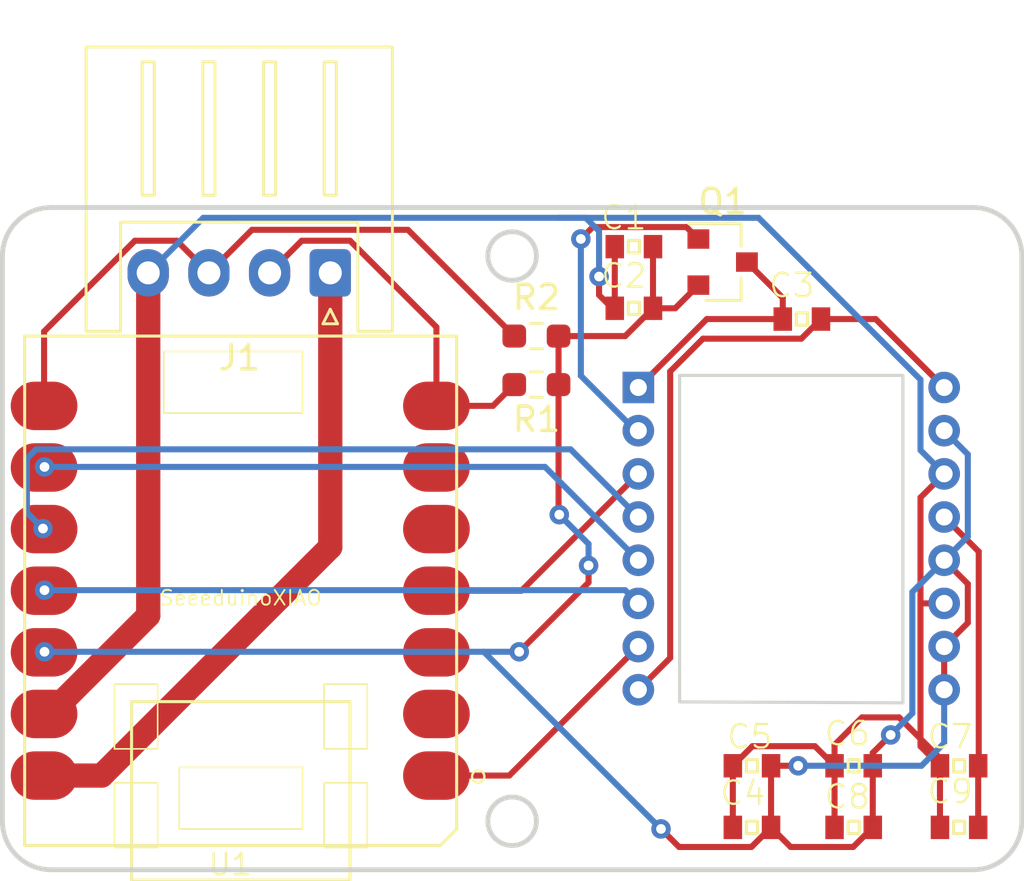
<source format=kicad_pcb>
(kicad_pcb (version 20171130) (host pcbnew "(5.1.10)-1")
  (layers (0 Top signal) (31 Bottom signal) (34 B.Paste user) (35 F.Paste user) (36 B.SilkS user) (37 F.SilkS user) (38 B.Mask user) (39 F.Mask user) (44 Edge.Cuts user))
  (net 0 "")
  (net 1 /LSR_NEN)
  (net 2 /REFA)
  (net 3 /MISO)
  (net 4 /MOSI)
  (net 5 /SS)
  (net 6 /SCLK)
  (net 7 /MOTION)
  (net 8 GND)
  (net 9 "Net-(C3-Pad1)")
  (net 10 "Net-(C3-Pad2)")
  (net 11 RX)
  (net 12 TX)
  (net 13 +5V)
  (net 14 "Net-(U1-Pad2)")
  (net 15 "Net-(U1-Pad3)")
  (net 16 "Net-(U1-Pad5)")
  (net 17 "Net-(U1-Pad6)")
  (net 18 +3V3)
  (module "Library:Seeeduino XIAO-MOUDLE14P-2.54-21X17.8MM" (layer Top) (at 160.213999 71.8 180)
    (fp_text reference U1 (at 9.3345 -21.7805 180) (layer F.SilkS) (effects (font (size 0.889 0.889) (thickness 0.1016))))
    (fp_text value SeeeduinoXIAO (at 8.89 -10.795 180) (layer F.SilkS) (effects (font (size 0.6096 0.6096) (thickness 0.0762))))
    (fp_circle (center -0.889 -18.161) (end -0.889 -18.415) (layer F.SilkS) (width 0.1))
    (fp_line (start 4.3942 -15.06982) (end 4.3942 -22.42312) (layer F.SilkS) (width 0.127))
    (fp_line (start 13.39342 -15.06982) (end 4.3942 -15.06982) (layer F.SilkS) (width 0.127))
    (fp_line (start 13.39342 -22.42312) (end 13.39342 -15.06982) (layer F.SilkS) (width 0.127))
    (fp_line (start 4.39928 -22.42312) (end 13.39342 -22.42312) (layer F.SilkS) (width 0.127))
    (fp_line (start 0 -20.32762) (end 0 0) (layer F.SilkS) (width 0.127))
    (fp_line (start 0.67056 -20.99818) (end 0 -20.32762) (layer F.SilkS) (width 0.127))
    (fp_line (start 17.79778 -20.99818) (end 0.67056 -20.99818) (layer F.SilkS) (width 0.127))
    (fp_line (start 17.79778 0) (end 17.79778 -20.99818) (layer F.SilkS) (width 0.127))
    (fp_line (start 0 0) (end 17.79778 0) (layer F.SilkS) (width 0.127))
    (fp_line (start 12.319 -18.415) (end 12.319 -21.082) (layer F.SilkS) (width 0.06604))
    (fp_line (start 12.319 -21.082) (end 14.097 -21.082) (layer F.SilkS) (width 0.06604))
    (fp_line (start 14.097 -18.415) (end 14.097 -21.082) (layer F.SilkS) (width 0.06604))
    (fp_line (start 12.319 -18.415) (end 14.097 -18.415) (layer F.SilkS) (width 0.06604))
    (fp_line (start 12.319 -14.34846) (end 12.319 -17.018) (layer F.SilkS) (width 0.06604))
    (fp_line (start 12.319 -17.018) (end 14.097 -17.018) (layer F.SilkS) (width 0.06604))
    (fp_line (start 14.097 -14.34846) (end 14.097 -17.018) (layer F.SilkS) (width 0.06604))
    (fp_line (start 12.319 -14.34846) (end 14.097 -14.34846) (layer F.SilkS) (width 0.06604))
    (fp_line (start 3.683 -14.34846) (end 3.683 -17.018) (layer F.SilkS) (width 0.06604))
    (fp_line (start 3.683 -17.018) (end 5.461 -17.018) (layer F.SilkS) (width 0.06604))
    (fp_line (start 5.461 -14.34846) (end 5.461 -17.018) (layer F.SilkS) (width 0.06604))
    (fp_line (start 3.683 -14.34846) (end 5.461 -14.34846) (layer F.SilkS) (width 0.06604))
    (fp_line (start 3.683 -18.415) (end 3.683 -21.082) (layer F.SilkS) (width 0.06604))
    (fp_line (start 3.683 -21.082) (end 5.461 -21.082) (layer F.SilkS) (width 0.06604))
    (fp_line (start 5.461 -18.415) (end 5.461 -21.082) (layer F.SilkS) (width 0.06604))
    (fp_line (start 3.683 -18.415) (end 5.461 -18.415) (layer F.SilkS) (width 0.06604))
    (fp_line (start 6.35 -0.635) (end 6.35 -3.175) (layer F.SilkS) (width 0.06604))
    (fp_line (start 6.35 -3.175) (end 12.065 -3.175) (layer F.SilkS) (width 0.06604))
    (fp_line (start 12.065 -0.635) (end 12.065 -3.175) (layer F.SilkS) (width 0.06604))
    (fp_line (start 6.35 -0.635) (end 12.065 -0.635) (layer F.SilkS) (width 0.06604))
    (fp_line (start 6.35 -17.78) (end 6.35 -20.32) (layer F.SilkS) (width 0.06604))
    (fp_line (start 6.35 -20.32) (end 11.43 -20.32) (layer F.SilkS) (width 0.06604))
    (fp_line (start 11.43 -17.78) (end 11.43 -20.32) (layer F.SilkS) (width 0.06604))
    (fp_line (start 6.35 -17.78) (end 11.43 -17.78) (layer F.SilkS) (width 0.06604))
    (pad 1 smd oval (at 0.83312 -18.11782 180) (size 2.74828 1.99898) (layers Top F.Paste F.Mask) (net 7 /MOTION))
    (pad 2 smd oval (at 0.83312 -15.57782 180) (size 2.74828 1.99898) (layers Top F.Paste F.Mask) (net 14 "Net-(U1-Pad2)"))
    (pad 3 smd oval (at 0.83312 -13.03782 180) (size 2.74828 1.99898) (layers Top F.Paste F.Mask) (net 15 "Net-(U1-Pad3)"))
    (pad 4 smd oval (at 0.83312 -10.49782 180) (size 2.74828 1.99898) (layers Top F.Paste F.Mask) (net 5 /SS))
    (pad 5 smd oval (at 0.83312 -7.95782 180) (size 2.74828 1.99898) (layers Top F.Paste F.Mask) (net 16 "Net-(U1-Pad5)"))
    (pad 6 smd oval (at 0.83312 -5.41782 180) (size 2.74828 1.99898) (layers Top F.Paste F.Mask) (net 17 "Net-(U1-Pad6)"))
    (pad 7 smd oval (at 0.83312 -2.87782 180) (size 2.74828 1.99898) (layers Top F.Paste F.Mask) (net 12 TX))
    (pad 8 smd oval (at 16.99768 -2.87782 180) (size 2.74828 1.99898) (layers Top F.Paste F.Mask) (net 11 RX))
    (pad 9 smd oval (at 16.99768 -5.41782 180) (size 2.74828 1.99898) (layers Top F.Paste F.Mask) (net 6 /SCLK))
    (pad 10 smd oval (at 16.99768 -7.95782 180) (size 2.74828 1.99898) (layers Top F.Paste F.Mask) (net 3 /MISO))
    (pad 11 smd oval (at 16.99768 -10.49782 180) (size 2.74828 1.99898) (layers Top F.Paste F.Mask) (net 4 /MOSI))
    (pad 12 smd oval (at 16.99768 -13.03782 180) (size 2.74828 1.99898) (layers Top F.Paste F.Mask) (net 18 +3V3))
    (pad 13 smd oval (at 16.99768 -15.57782 180) (size 2.74828 1.99898) (layers Top F.Paste F.Mask) (net 8 GND))
    (pad 14 smd oval (at 16.99768 -18.11782 180) (size 2.74828 1.99898) (layers Top F.Paste F.Mask) (net 13 +5V))
  )
  (module Resistor_SMD:R_0603_1608Metric_Pad0.98x0.95mm_HandSolder (layer Top) (at 163.499999 71.8 180)
    (fp_text reference R2 (at 0 1.59) (layer F.SilkS))
    (fp_text value R)
    (fp_line (start -0.254724 -0.5225) (end 0.254724 -0.5225) (layer F.SilkS) (width 0.12))
    (fp_line (start -0.254724 0.5225) (end 0.254724 0.5225) (layer F.SilkS) (width 0.12))
    (pad 2 smd roundrect (at 0.9125 0 180) (size 0.975 0.95) (layers Top F.Paste F.Mask) (net 11 RX))
    (pad 1 smd roundrect (at -0.9125 0 180) (size 0.975 0.95) (layers Top F.Paste F.Mask) (net 18 +3V3))
  )
  (module Resistor_SMD:R_0603_1608Metric_Pad0.98x0.95mm_HandSolder (layer Top) (at 163.499999 73.8 180)
    (fp_text reference R1 (at 0 -1.43) (layer F.SilkS))
    (fp_text value R)
    (fp_line (start -0.254724 -0.5225) (end 0.254724 -0.5225) (layer F.SilkS) (width 0.12))
    (fp_line (start -0.254724 0.5225) (end 0.254724 0.5225) (layer F.SilkS) (width 0.12))
    (pad 2 smd roundrect (at 0.9125 0 180) (size 0.975 0.95) (layers Top F.Paste F.Mask) (net 12 TX))
    (pad 1 smd roundrect (at -0.9125 0 180) (size 0.975 0.95) (layers Top F.Paste F.Mask) (net 18 +3V3))
  )
  (module Package_TO_SOT_SMD:SOT-23 (layer Top) (at 171.174099 68.7495)
    (fp_text reference Q1 (at 0 -2.5) (layer F.SilkS))
    (fp_text value IRLML6402)
    (fp_line (start 0.76 1.58) (end 0.76 0.65) (layer F.SilkS) (width 0.12))
    (fp_line (start 0.76 -1.58) (end 0.76 -0.65) (layer F.SilkS) (width 0.12))
    (fp_line (start 0.76 -1.58) (end -1.4 -1.58) (layer F.SilkS) (width 0.12))
    (fp_line (start 0.76 1.58) (end -0.7 1.58) (layer F.SilkS) (width 0.12))
    (pad 3 smd rect (at 1 0) (size 0.9 0.8) (layers Top F.Paste F.Mask) (net 10 "Net-(C3-Pad2)"))
    (pad 2 smd rect (at -1 0.95) (size 0.9 0.8) (layers Top F.Paste F.Mask) (net 18 +3V3))
    (pad 1 smd rect (at -1 -0.95) (size 0.9 0.8) (layers Top F.Paste F.Mask) (net 1 /LSR_NEN))
  )
  (module Connector_JST:JST_XH_S4B-XH-A_1x04_P2.50mm_Horizontal (layer Top) (at 155.006999 69.194 180)
    (fp_text reference J1 (at 3.75 -3.5) (layer F.SilkS))
    (fp_text value Conn_01x04)
    (fp_line (start 3.75 9.31) (end -2.56 9.31) (layer F.SilkS) (width 0.12))
    (fp_line (start -2.56 9.31) (end -2.56 -2.41) (layer F.SilkS) (width 0.12))
    (fp_line (start -2.56 -2.41) (end -1.14 -2.41) (layer F.SilkS) (width 0.12))
    (fp_line (start -1.14 -2.41) (end -1.14 2.09) (layer F.SilkS) (width 0.12))
    (fp_line (start -1.14 2.09) (end 3.75 2.09) (layer F.SilkS) (width 0.12))
    (fp_line (start 3.75 9.31) (end 10.06 9.31) (layer F.SilkS) (width 0.12))
    (fp_line (start 10.06 9.31) (end 10.06 -2.41) (layer F.SilkS) (width 0.12))
    (fp_line (start 10.06 -2.41) (end 8.64 -2.41) (layer F.SilkS) (width 0.12))
    (fp_line (start 8.64 -2.41) (end 8.64 2.09) (layer F.SilkS) (width 0.12))
    (fp_line (start 8.64 2.09) (end 3.75 2.09) (layer F.SilkS) (width 0.12))
    (fp_line (start -0.25 3.2) (end -0.25 8.7) (layer F.SilkS) (width 0.12))
    (fp_line (start -0.25 8.7) (end 0.25 8.7) (layer F.SilkS) (width 0.12))
    (fp_line (start 0.25 8.7) (end 0.25 3.2) (layer F.SilkS) (width 0.12))
    (fp_line (start 0.25 3.2) (end -0.25 3.2) (layer F.SilkS) (width 0.12))
    (fp_line (start 2.25 3.2) (end 2.25 8.7) (layer F.SilkS) (width 0.12))
    (fp_line (start 2.25 8.7) (end 2.75 8.7) (layer F.SilkS) (width 0.12))
    (fp_line (start 2.75 8.7) (end 2.75 3.2) (layer F.SilkS) (width 0.12))
    (fp_line (start 2.75 3.2) (end 2.25 3.2) (layer F.SilkS) (width 0.12))
    (fp_line (start 4.75 3.2) (end 4.75 8.7) (layer F.SilkS) (width 0.12))
    (fp_line (start 4.75 8.7) (end 5.25 8.7) (layer F.SilkS) (width 0.12))
    (fp_line (start 5.25 8.7) (end 5.25 3.2) (layer F.SilkS) (width 0.12))
    (fp_line (start 5.25 3.2) (end 4.75 3.2) (layer F.SilkS) (width 0.12))
    (fp_line (start 7.25 3.2) (end 7.25 8.7) (layer F.SilkS) (width 0.12))
    (fp_line (start 7.25 8.7) (end 7.75 8.7) (layer F.SilkS) (width 0.12))
    (fp_line (start 7.75 8.7) (end 7.75 3.2) (layer F.SilkS) (width 0.12))
    (fp_line (start 7.75 3.2) (end 7.25 3.2) (layer F.SilkS) (width 0.12))
    (fp_line (start 0 -1.5) (end -0.3 -2.1) (layer F.SilkS) (width 0.12))
    (fp_line (start -0.3 -2.1) (end 0.3 -2.1) (layer F.SilkS) (width 0.12))
    (fp_line (start 0.3 -2.1) (end 0 -1.5) (layer F.SilkS) (width 0.12))
    (pad 4 thru_hole oval (at 7.5 0 180) (size 1.7 1.95) (drill 0.95) (layers *.Cu *.Mask) (net 8 GND))
    (pad 3 thru_hole oval (at 5 0 180) (size 1.7 1.95) (drill 0.95) (layers *.Cu *.Mask) (net 11 RX))
    (pad 2 thru_hole oval (at 2.5 0 180) (size 1.7 1.95) (drill 0.95) (layers *.Cu *.Mask) (net 12 TX))
    (pad 1 thru_hole roundrect (at 0 0 180) (size 1.7 1.95) (drill 0.95) (layers *.Cu *.Mask) (roundrect_rratio 0.147059) (net 13 +5V))
  )
  (module ADNS-9800:0603 (layer Top) (at 174.437999 71.099 180)
    (fp_text reference C3 (at 1.4224 0.8231 180) (layer F.SilkS) (effects (font (size 0.9652 0.9652) (thickness 0.09652)) (justify left bottom)))
    (fp_text value 470pF hide)
    (fp_line (start -0.2286 -0.254) (end -0.2286 0.254) (layer F.SilkS) (width 0.127))
    (fp_line (start 0.2286 -0.254) (end 0.2286 0.254) (layer F.SilkS) (width 0.127))
    (fp_line (start 0.2286 0.254) (end -0.2286 0.254) (layer F.SilkS) (width 0.127))
    (fp_line (start -0.2286 -0.254) (end 0.2286 -0.254) (layer F.SilkS) (width 0.127))
    (pad 1 smd rect (at -0.7874 0 180) (size 0.762 0.9652) (layers Top F.Paste F.Mask) (net 9 "Net-(C3-Pad1)"))
    (pad 2 smd rect (at 0.7874 0 180) (size 0.762 0.9652) (layers Top F.Paste F.Mask) (net 10 "Net-(C3-Pad2)"))
  )
  (module ADNS-9800:0603 (layer Top) (at 176.571599 92.054)
    (fp_text reference C8 (at -1.27 -0.6985) (layer F.SilkS) (effects (font (size 0.9652 0.9652) (thickness 0.09652)) (justify left bottom)))
    (fp_text value 3.3uF hide)
    (fp_line (start -0.2286 -0.254) (end -0.2286 0.254) (layer F.SilkS) (width 0.127))
    (fp_line (start 0.2286 -0.254) (end 0.2286 0.254) (layer F.SilkS) (width 0.127))
    (fp_line (start 0.2286 0.254) (end -0.2286 0.254) (layer F.SilkS) (width 0.127))
    (fp_line (start -0.2286 -0.254) (end 0.2286 -0.254) (layer F.SilkS) (width 0.127))
    (pad 1 smd rect (at -0.7874 0) (size 0.762 0.9652) (layers Top F.Paste F.Mask) (net 8 GND))
    (pad 2 smd rect (at 0.7874 0) (size 0.762 0.9652) (layers Top F.Paste F.Mask) (net 18 +3V3))
  )
  (module ADNS-9800:0603 (layer Top) (at 167.516499 68.1145)
    (fp_text reference C1 (at -1.4224 -0.635 180) (layer F.SilkS) (effects (font (size 0.9652 0.9652) (thickness 0.09652)) (justify left bottom)))
    (fp_text value "100nF (0.1uF)" hide)
    (fp_line (start -0.2286 -0.254) (end -0.2286 0.254) (layer F.SilkS) (width 0.127))
    (fp_line (start 0.2286 -0.254) (end 0.2286 0.254) (layer F.SilkS) (width 0.127))
    (fp_line (start 0.2286 0.254) (end -0.2286 0.254) (layer F.SilkS) (width 0.127))
    (fp_line (start -0.2286 -0.254) (end 0.2286 -0.254) (layer F.SilkS) (width 0.127))
    (pad 1 smd rect (at -0.7874 0) (size 0.762 0.9652) (layers Top F.Paste F.Mask) (net 8 GND))
    (pad 2 smd rect (at 0.7874 0) (size 0.762 0.9652) (layers Top F.Paste F.Mask) (net 18 +3V3))
  )
  (module ADNS-9800:0603 (layer Top) (at 172.380599 92.054)
    (fp_text reference C4 (at 0.635 -0.848941) (layer F.SilkS) (effects (font (size 0.9652 0.9652) (thickness 0.09652)) (justify right bottom)))
    (fp_text value 10uF hide)
    (fp_line (start -0.2286 -0.254) (end -0.2286 0.254) (layer F.SilkS) (width 0.127))
    (fp_line (start 0.2286 -0.254) (end 0.2286 0.254) (layer F.SilkS) (width 0.127))
    (fp_line (start 0.2286 0.254) (end -0.2286 0.254) (layer F.SilkS) (width 0.127))
    (fp_line (start -0.2286 -0.254) (end 0.2286 -0.254) (layer F.SilkS) (width 0.127))
    (pad 1 smd rect (at -0.7874 0) (size 0.762 0.9652) (layers Top F.Paste F.Mask) (net 8 GND))
    (pad 2 smd rect (at 0.7874 0) (size 0.762 0.9652) (layers Top F.Paste F.Mask) (net 18 +3V3))
  )
  (module ADNS-9800:0603 (layer Top) (at 180.914999 89.514)
    (fp_text reference C7 (at 0.635 -0.635) (layer F.SilkS) (effects (font (size 0.9652 0.9652) (thickness 0.09652)) (justify right bottom)))
    (fp_text value "100nF (0.1uF)" hide)
    (fp_line (start -0.2286 -0.254) (end -0.2286 0.254) (layer F.SilkS) (width 0.127))
    (fp_line (start 0.2286 -0.254) (end 0.2286 0.254) (layer F.SilkS) (width 0.127))
    (fp_line (start 0.2286 0.254) (end -0.2286 0.254) (layer F.SilkS) (width 0.127))
    (fp_line (start -0.2286 -0.254) (end 0.2286 -0.254) (layer F.SilkS) (width 0.127))
    (pad 1 smd rect (at -0.7874 0) (size 0.762 0.9652) (layers Top F.Paste F.Mask) (net 8 GND))
    (pad 2 smd rect (at 0.7874 0) (size 0.762 0.9652) (layers Top F.Paste F.Mask) (net 2 /REFA))
  )
  (module ADNS-9800:AVAGO_ADNS-9500 (layer Top) (at 167.699999 73.92 90)
    (fp_text reference U$1 hide)
    (fp_text value AVAGO_ADNS-9500 hide)
    (fp_line (start 0.5 10.9) (end 0.5 1.7) (layer Edge.Cuts) (width 0.127))
    (fp_line (start -13 10.9) (end 0.5 10.9) (layer Edge.Cuts) (width 0.127))
    (fp_line (start -12.96 1.7) (end -13 10.9) (layer Edge.Cuts) (width 0.127))
    (fp_line (start 0.5 1.7) (end -12.96 1.7) (layer Edge.Cuts) (width 0.127))
    (pad P$9 thru_hole circle (at -12.46 12.6 90) (size 1.3 1.3) (drill 0.7) (layers *.Cu *.Mask) (net 18 +3V3))
    (pad P$10 thru_hole circle (at -10.68 12.6 90) (size 1.3 1.3) (drill 0.7) (layers *.Cu *.Mask) (net 18 +3V3))
    (pad P$11 thru_hole circle (at -8.9 12.6 90) (size 1.3 1.3) (drill 0.7) (layers *.Cu *.Mask) (net 8 GND))
    (pad P$12 thru_hole circle (at -7.12 12.6 90) (size 1.3 1.3) (drill 0.7) (layers *.Cu *.Mask) (net 18 +3V3))
    (pad P$13 thru_hole circle (at -5.34 12.6 90) (size 1.3 1.3) (drill 0.7) (layers *.Cu *.Mask) (net 2 /REFA))
    (pad P$14 thru_hole circle (at -3.56 12.6 90) (size 1.3 1.3) (drill 0.7) (layers *.Cu *.Mask) (net 8 GND))
    (pad P$15 thru_hole circle (at -1.78 12.6 90) (size 1.3 1.3) (drill 0.7) (layers *.Cu *.Mask) (net 18 +3V3))
    (pad P$16 thru_hole circle (at 0 12.6 90) (size 1.3 1.3) (drill 0.7) (layers *.Cu *.Mask) (net 9 "Net-(C3-Pad1)"))
    (pad P$8 thru_hole circle (at -12.46 0 90) (size 1.3 1.3) (drill 0.7) (layers *.Cu *.Mask) (net 9 "Net-(C3-Pad1)"))
    (pad P$7 thru_hole circle (at -10.68 0 90) (size 1.3 1.3) (drill 0.7) (layers *.Cu *.Mask) (net 7 /MOTION))
    (pad P$6 thru_hole circle (at -8.9 0 90) (size 1.3 1.3) (drill 0.7) (layers *.Cu *.Mask) (net 4 /MOSI))
    (pad P$5 thru_hole circle (at -7.12 0 90) (size 1.3 1.3) (drill 0.7) (layers *.Cu *.Mask) (net 6 /SCLK))
    (pad P$4 thru_hole circle (at -5.34 0 90) (size 1.3 1.3) (drill 0.7) (layers *.Cu *.Mask) (net 3 /MISO))
    (pad P$3 thru_hole circle (at -3.56 0 90) (size 1.3 1.3) (drill 0.7) (layers *.Cu *.Mask) (net 5 /SS))
    (pad P$2 thru_hole circle (at -1.78 0 90) (size 1.3 1.3) (drill 0.7) (layers *.Cu *.Mask) (net 1 /LSR_NEN))
    (pad P$1 thru_hole rect (at 0 0 90) (size 1.3 1.3) (drill 0.7) (layers *.Cu *.Mask) (net 10 "Net-(C3-Pad2)"))
  )
  (module ADNS-9800:0603 (layer Top) (at 167.516499 70.6545)
    (fp_text reference C2 (at -1.4224 -0.7718 -180) (layer F.SilkS) (effects (font (size 0.9652 0.9652) (thickness 0.09652)) (justify left bottom)))
    (fp_text value 1uF hide)
    (fp_line (start -0.2286 -0.254) (end -0.2286 0.254) (layer F.SilkS) (width 0.127))
    (fp_line (start 0.2286 -0.254) (end 0.2286 0.254) (layer F.SilkS) (width 0.127))
    (fp_line (start 0.2286 0.254) (end -0.2286 0.254) (layer F.SilkS) (width 0.127))
    (fp_line (start -0.2286 -0.254) (end 0.2286 -0.254) (layer F.SilkS) (width 0.127))
    (pad 1 smd rect (at -0.7874 0) (size 0.762 0.9652) (layers Top F.Paste F.Mask) (net 8 GND))
    (pad 2 smd rect (at 0.7874 0) (size 0.762 0.9652) (layers Top F.Paste F.Mask) (net 18 +3V3))
  )
  (module ADNS-9800:0603 (layer Top) (at 172.380599 89.514)
    (fp_text reference C5 (at 0.9144 -0.635) (layer F.SilkS) (effects (font (size 0.9652 0.9652) (thickness 0.09652)) (justify right bottom)))
    (fp_text value "100nF (0.1uF)" hide)
    (fp_line (start -0.2286 -0.254) (end -0.2286 0.254) (layer F.SilkS) (width 0.127))
    (fp_line (start 0.2286 -0.254) (end 0.2286 0.254) (layer F.SilkS) (width 0.127))
    (fp_line (start 0.2286 0.254) (end -0.2286 0.254) (layer F.SilkS) (width 0.127))
    (fp_line (start -0.2286 -0.254) (end 0.2286 -0.254) (layer F.SilkS) (width 0.127))
    (pad 1 smd rect (at -0.7874 0) (size 0.762 0.9652) (layers Top F.Paste F.Mask) (net 8 GND))
    (pad 2 smd rect (at 0.7874 0) (size 0.762 0.9652) (layers Top F.Paste F.Mask) (net 18 +3V3))
  )
  (module ADNS-9800:0603 (layer Top) (at 176.571599 89.514)
    (fp_text reference C6 (at -1.27 -0.762) (layer F.SilkS) (effects (font (size 0.9652 0.9652) (thickness 0.09652)) (justify left bottom)))
    (fp_text value 100nF hide)
    (fp_line (start -0.2286 -0.254) (end -0.2286 0.254) (layer F.SilkS) (width 0.127))
    (fp_line (start 0.2286 -0.254) (end 0.2286 0.254) (layer F.SilkS) (width 0.127))
    (fp_line (start 0.2286 0.254) (end -0.2286 0.254) (layer F.SilkS) (width 0.127))
    (fp_line (start -0.2286 -0.254) (end 0.2286 -0.254) (layer F.SilkS) (width 0.127))
    (pad 1 smd rect (at -0.7874 0) (size 0.762 0.9652) (layers Top F.Paste F.Mask) (net 8 GND))
    (pad 2 smd rect (at 0.7874 0) (size 0.762 0.9652) (layers Top F.Paste F.Mask) (net 18 +3V3))
  )
  (module ADNS-9800:0603 (layer Top) (at 180.914999 92.054)
    (fp_text reference C9 (at 0.635 -0.915744) (layer F.SilkS) (effects (font (size 0.9652 0.9652) (thickness 0.09652)) (justify right bottom)))
    (fp_text value 10uF hide)
    (fp_line (start -0.2286 -0.254) (end -0.2286 0.254) (layer F.SilkS) (width 0.127))
    (fp_line (start 0.2286 -0.254) (end 0.2286 0.254) (layer F.SilkS) (width 0.127))
    (fp_line (start 0.2286 0.254) (end -0.2286 0.254) (layer F.SilkS) (width 0.127))
    (fp_line (start -0.2286 -0.254) (end 0.2286 -0.254) (layer F.SilkS) (width 0.127))
    (pad 1 smd rect (at -0.7874 0) (size 0.762 0.9652) (layers Top F.Paste F.Mask) (net 8 GND))
    (pad 2 smd rect (at 0.7874 0) (size 0.762 0.9652) (layers Top F.Paste F.Mask) (net 2 /REFA))
  )
  (gr_line (start 181.499999 93.8) (end 143.5 93.8) (layer Edge.Cuts) (width 0.2))
  (gr_line (start 183.499999 68.5) (end 183.499999 91.8) (layer Edge.Cuts) (width 0.2))
  (gr_circle (center 162.5 68.5) (end 163.499999 68.5) (layer Edge.Cuts) (width 0.2))
  (gr_arc (start 181.499999 68.5) (end 183.499999 68.5) (angle -90) (layer Edge.Cuts) (width 0.2))
  (gr_line (start 143.5 66.5) (end 181.499999 66.5) (layer Edge.Cuts) (width 0.2))
  (gr_arc (start 181.499999 91.8) (end 181.499999 93.8) (angle -90) (layer Edge.Cuts) (width 0.2))
  (gr_line (start 141.5 91.8) (end 141.5 68.5) (layer Edge.Cuts) (width 0.2))
  (gr_arc (start 143.5 68.5) (end 143.5 66.5) (angle -90) (layer Edge.Cuts) (width 0.2))
  (gr_arc (start 143.5 91.8) (end 141.5 91.8) (angle -90) (layer Edge.Cuts) (width 0.2))
  (gr_circle (center 162.499999 91.8) (end 161.5 91.8) (layer Edge.Cuts) (width 0.2))
  (via (at 165.332099 67.797) (size 0.8) (drill 0.4) (layers Top Bottom) (net 1))
  (segment (start 165.8222 67.306899) (end 165.332099 67.797) (width 0.25) (layer Top) (net 1))
  (segment (start 169.681498 67.306899) (end 165.8222 67.306899) (width 0.25) (layer Top) (net 1))
  (segment (start 170.174099 67.7995) (end 169.681498 67.306899) (width 0.25) (layer Top) (net 1))
  (segment (start 167.594997 75.7) (end 167.699999 75.7) (width 0.25) (layer Bottom) (net 1))
  (segment (start 165.332099 73.437102) (end 167.594997 75.7) (width 0.25) (layer Bottom) (net 1))
  (segment (start 165.332099 67.797) (end 165.332099 73.437102) (width 0.25) (layer Bottom) (net 1))
  (via (at 143.234099 84.815) (size 0.8) (drill 0.4) (layers Top Bottom) (net 18))
  (via (at 143.234099 77.195) (size 0.8) (drill 0.4) (layers Top Bottom) (net 6))
  (via (at 143.170599 79.735) (size 0.8) (drill 0.4) (layers Top Bottom) (net 3))
  (via (at 143.234099 82.275) (size 0.8) (drill 0.4) (layers Top Bottom) (net 4))
  (segment (start 181.702399 92.054) (end 181.702399 89.514) (width 0.25) (layer Top) (net 2))
  (segment (start 181.72501 80.685011) (end 180.299999 79.26) (width 0.25) (layer Top) (net 2))
  (segment (start 181.72501 89.491389) (end 181.72501 80.685011) (width 0.25) (layer Top) (net 2))
  (segment (start 181.702399 89.514) (end 181.72501 89.491389) (width 0.25) (layer Top) (net 2))
  (segment (start 164.909998 76.469999) (end 167.699999 79.26) (width 0.25) (layer Bottom) (net 3))
  (segment (start 142.886098 76.469999) (end 164.909998 76.469999) (width 0.25) (layer Bottom) (net 3))
  (segment (start 142.509098 79.073499) (end 142.509098 76.846999) (width 0.25) (layer Bottom) (net 3))
  (segment (start 142.509098 76.846999) (end 142.886098 76.469999) (width 0.25) (layer Bottom) (net 3))
  (segment (start 143.170599 79.735) (end 142.509098 79.073499) (width 0.25) (layer Bottom) (net 3))
  (segment (start 167.154999 82.275) (end 167.699999 82.82) (width 0.25) (layer Bottom) (net 4))
  (segment (start 143.234099 82.275) (end 167.154999 82.275) (width 0.25) (layer Bottom) (net 4))
  (segment (start 162.882179 82.29782) (end 167.699999 77.48) (width 0.25) (layer Top) (net 5))
  (segment (start 159.380879 82.29782) (end 162.882179 82.29782) (width 0.25) (layer Top) (net 5))
  (segment (start 163.854999 77.195) (end 167.699999 81.04) (width 0.25) (layer Bottom) (net 6))
  (segment (start 143.234099 77.195) (end 163.854999 77.195) (width 0.25) (layer Bottom) (net 6))
  (segment (start 162.382179 89.91782) (end 167.699999 84.6) (width 0.25) (layer Top) (net 7))
  (segment (start 159.380879 89.91782) (end 162.382179 89.91782) (width 0.25) (layer Top) (net 7))
  (segment (start 180.127599 92.054) (end 180.127599 89.514) (width 0.25) (layer Top) (net 8))
  (segment (start 179.324998 78.455001) (end 180.299999 77.48) (width 0.25) (layer Top) (net 8))
  (segment (start 180.127599 89.514) (end 179.324998 88.711399) (width 0.25) (layer Top) (net 8))
  (segment (start 171.593199 92.054) (end 171.593199 89.514) (width 0.25) (layer Top) (net 8))
  (segment (start 175.784199 92.054) (end 175.784199 89.514) (width 0.25) (layer Top) (net 8))
  (segment (start 174.976598 88.706399) (end 175.784199 89.514) (width 0.25) (layer Top) (net 8))
  (segment (start 172.4008 88.706399) (end 174.976598 88.706399) (width 0.25) (layer Top) (net 8))
  (segment (start 171.593199 89.514) (end 172.4008 88.706399) (width 0.25) (layer Top) (net 8))
  (segment (start 178.4436 87.518999) (end 180.127599 89.202998) (width 0.25) (layer Top) (net 8))
  (segment (start 176.9156 87.518999) (end 178.4436 87.518999) (width 0.25) (layer Top) (net 8))
  (segment (start 180.127599 89.202998) (end 180.127599 89.514) (width 0.25) (layer Top) (net 8))
  (segment (start 175.784199 88.6504) (end 176.9156 87.518999) (width 0.25) (layer Top) (net 8))
  (segment (start 175.784199 89.514) (end 175.784199 88.6504) (width 0.25) (layer Top) (net 8))
  (segment (start 166.729099 70.6545) (end 166.729099 68.1145) (width 0.25) (layer Top) (net 8))
  (segment (start 149.775989 66.92501) (end 147.506999 69.194) (width 0.25) (layer Bottom) (net 8))
  (segment (start 179.324998 73.595563) (end 172.654445 66.92501) (width 0.25) (layer Bottom) (net 8))
  (segment (start 179.324998 76.504999) (end 179.324998 73.595563) (width 0.25) (layer Bottom) (net 8))
  (segment (start 180.299999 77.48) (end 179.324998 76.504999) (width 0.25) (layer Bottom) (net 8))
  (segment (start 166.729099 70.6545) (end 166.627499 70.6545) (width 0.25) (layer Top) (net 8))
  (via (at 166.081399 69.3464) (size 0.8) (drill 0.4) (layers Top Bottom) (net 8))
  (segment (start 166.081399 70.1084) (end 166.081399 69.3464) (width 0.25) (layer Top) (net 8))
  (segment (start 166.627499 70.6545) (end 166.081399 70.1084) (width 0.25) (layer Top) (net 8))
  (segment (start 165.533111 66.92501) (end 164.413389 66.92501) (width 0.25) (layer Bottom) (net 8))
  (segment (start 166.081399 67.473298) (end 165.533111 66.92501) (width 0.25) (layer Bottom) (net 8))
  (segment (start 166.081399 69.3464) (end 166.081399 67.473298) (width 0.25) (layer Bottom) (net 8))
  (segment (start 164.413389 66.92501) (end 149.775989 66.92501) (width 0.25) (layer Bottom) (net 8))
  (segment (start 172.654445 66.92501) (end 164.413389 66.92501) (width 0.25) (layer Bottom) (net 8))
  (segment (start 143.454424 87.37782) (end 143.216319 87.37782) (width 1) (layer Top) (net 8))
  (segment (start 147.506999 83.325245) (end 143.454424 87.37782) (width 1) (layer Top) (net 8))
  (segment (start 147.506999 69.194) (end 147.506999 83.325245) (width 1) (layer Top) (net 8))
  (segment (start 180.299999 82.82) (end 179.379399 82.82) (width 0.25) (layer Top) (net 8))
  (segment (start 179.324998 82.874401) (end 179.324998 78.455001) (width 0.25) (layer Top) (net 8))
  (segment (start 179.379399 82.82) (end 179.324998 82.874401) (width 0.25) (layer Top) (net 8))
  (segment (start 179.324998 88.711399) (end 179.324998 82.874401) (width 0.25) (layer Top) (net 8))
  (segment (start 177.478999 71.099) (end 175.225399 71.099) (width 0.25) (layer Top) (net 9))
  (segment (start 180.299999 73.92) (end 177.478999 71.099) (width 0.25) (layer Top) (net 9))
  (segment (start 174.417798 71.906601) (end 175.225399 71.099) (width 0.25) (layer Top) (net 9))
  (segment (start 170.363962 71.906601) (end 174.417798 71.906601) (width 0.25) (layer Top) (net 9))
  (segment (start 169.011489 73.259074) (end 170.363962 71.906601) (width 0.25) (layer Top) (net 9))
  (segment (start 169.011489 85.06851) (end 169.011489 73.259074) (width 0.25) (layer Top) (net 9))
  (segment (start 167.699999 86.38) (end 169.011489 85.06851) (width 0.25) (layer Top) (net 9))
  (segment (start 170.520999 71.099) (end 173.650599 71.099) (width 0.25) (layer Top) (net 10))
  (segment (start 167.699999 73.92) (end 170.520999 71.099) (width 0.25) (layer Top) (net 10))
  (segment (start 173.650599 70.226) (end 172.174099 68.7495) (width 0.25) (layer Top) (net 10))
  (segment (start 173.650599 71.099) (end 173.650599 70.226) (width 0.25) (layer Top) (net 10))
  (segment (start 148.681989 67.86899) (end 150.006999 69.194) (width 0.25) (layer Top) (net 11))
  (segment (start 146.958162 67.86899) (end 148.681989 67.86899) (width 0.25) (layer Top) (net 11))
  (segment (start 143.216319 71.610833) (end 146.958162 67.86899) (width 0.25) (layer Top) (net 11))
  (segment (start 143.216319 74.67782) (end 143.216319 71.610833) (width 0.25) (layer Top) (net 11))
  (segment (start 151.782019 67.41898) (end 150.006999 69.194) (width 0.25) (layer Top) (net 11))
  (segment (start 158.206479 67.41898) (end 151.782019 67.41898) (width 0.25) (layer Top) (net 11))
  (segment (start 162.587499 71.8) (end 158.206479 67.41898) (width 0.25) (layer Top) (net 11))
  (segment (start 153.832009 67.86899) (end 152.506999 69.194) (width 0.25) (layer Top) (net 12))
  (segment (start 155.820179 67.86899) (end 153.832009 67.86899) (width 0.25) (layer Top) (net 12))
  (segment (start 159.380879 74.67782) (end 159.380879 71.42969) (width 0.25) (layer Top) (net 12))
  (segment (start 159.380879 71.42969) (end 155.820179 67.86899) (width 0.25) (layer Top) (net 12))
  (segment (start 161.709679 74.67782) (end 162.587499 73.8) (width 0.25) (layer Top) (net 12))
  (segment (start 159.380879 74.67782) (end 161.709679 74.67782) (width 0.25) (layer Top) (net 12))
  (segment (start 155.006999 80.50128) (end 155.006999 69.194) (width 1) (layer Top) (net 13))
  (segment (start 145.590459 89.91782) (end 155.006999 80.50128) (width 1) (layer Top) (net 13))
  (segment (start 143.216319 89.91782) (end 145.590459 89.91782) (width 1) (layer Top) (net 13))
  (segment (start 180.299999 86.38) (end 180.299999 84.6) (width 0.25) (layer Top) (net 18))
  (segment (start 181.275 82.015001) (end 180.299999 81.04) (width 0.25) (layer Top) (net 18))
  (segment (start 181.275 83.624999) (end 181.275 82.015001) (width 0.25) (layer Top) (net 18))
  (segment (start 180.299999 84.6) (end 181.275 83.624999) (width 0.25) (layer Top) (net 18))
  (segment (start 173.167999 92.054) (end 173.167999 89.514) (width 0.25) (layer Top) (net 18))
  (segment (start 177.358999 92.054) (end 177.358999 89.514) (width 0.25) (layer Top) (net 18))
  (segment (start 181.275 76.675001) (end 180.299999 75.7) (width 0.25) (layer Bottom) (net 18))
  (segment (start 181.275 80.064999) (end 181.275 76.675001) (width 0.25) (layer Bottom) (net 18))
  (segment (start 180.299999 81.04) (end 181.275 80.064999) (width 0.25) (layer Bottom) (net 18))
  (segment (start 177.358999 89.514) (end 177.358999 88.9806) (width 0.25) (layer Top) (net 18))
  (via (at 178.095599 88.244) (size 0.8) (drill 0.4) (layers Top Bottom) (net 18))
  (segment (start 177.358999 88.9806) (end 178.095599 88.244) (width 0.25) (layer Top) (net 18))
  (segment (start 178.988509 82.35149) (end 180.299999 81.04) (width 0.25) (layer Bottom) (net 18))
  (segment (start 178.988509 87.35109) (end 178.988509 82.35149) (width 0.25) (layer Bottom) (net 18))
  (segment (start 178.095599 88.244) (end 178.988509 87.35109) (width 0.25) (layer Bottom) (net 18))
  (segment (start 173.167999 89.514) (end 174.285599 89.514) (width 0.25) (layer Top) (net 18))
  (via (at 174.285599 89.514) (size 0.8) (drill 0.4) (layers Top Bottom) (net 18))
  (segment (start 174.285599 89.514) (end 179.365599 89.514) (width 0.25) (layer Bottom) (net 18))
  (segment (start 180.299999 88.5796) (end 180.299999 86.38) (width 0.25) (layer Bottom) (net 18))
  (segment (start 179.365599 89.514) (end 180.299999 88.5796) (width 0.25) (layer Bottom) (net 18))
  (segment (start 168.303899 68.1145) (end 168.303899 70.6545) (width 0.25) (layer Top) (net 18))
  (segment (start 169.219099 70.6545) (end 170.174099 69.6995) (width 0.25) (layer Top) (net 18))
  (segment (start 168.303899 70.6545) (end 169.219099 70.6545) (width 0.25) (layer Top) (net 18))
  (segment (start 164.412499 73.8) (end 164.412499 71.8) (width 0.25) (layer Top) (net 18))
  (segment (start 167.158399 71.8) (end 168.303899 70.6545) (width 0.25) (layer Top) (net 18))
  (segment (start 164.412499 71.8) (end 167.158399 71.8) (width 0.25) (layer Top) (net 18))
  (segment (start 173.9756 92.861601) (end 176.551398 92.861601) (width 0.25) (layer Top) (net 18))
  (segment (start 176.551398 92.861601) (end 177.358999 92.054) (width 0.25) (layer Top) (net 18))
  (segment (start 173.167999 92.054) (end 173.9756 92.861601) (width 0.25) (layer Top) (net 18))
  (via (at 168.634099 92.1175) (size 0.8) (drill 0.4) (layers Top Bottom) (net 18))
  (segment (start 161.331599 84.815) (end 168.634099 92.1175) (width 0.25) (layer Bottom) (net 18))
  (segment (start 143.234099 84.815) (end 161.331599 84.815) (width 0.25) (layer Bottom) (net 18))
  (segment (start 172.360398 92.861601) (end 173.167999 92.054) (width 0.25) (layer Top) (net 18))
  (segment (start 169.3782 92.861601) (end 172.360398 92.861601) (width 0.25) (layer Top) (net 18))
  (segment (start 168.634099 92.1175) (end 169.3782 92.861601) (width 0.25) (layer Top) (net 18))
  (via (at 164.443099 79.1635) (size 0.8) (drill 0.4) (layers Top Bottom) (net 18))
  (segment (start 164.412499 79.1329) (end 164.443099 79.1635) (width 0.25) (layer Top) (net 18))
  (segment (start 164.412499 73.8) (end 164.412499 79.1329) (width 0.25) (layer Top) (net 18))
  (segment (start 164.443099 79.1635) (end 165.649599 80.37) (width 0.25) (layer Bottom) (net 18))
  (via (at 165.649599 81.259) (size 0.8) (drill 0.4) (layers Top Bottom) (net 18))
  (segment (start 165.649599 80.37) (end 165.649599 81.259) (width 0.25) (layer Bottom) (net 18))
  (segment (start 165.649599 81.9575) (end 162.792099 84.815) (width 0.25) (layer Top) (net 18))
  (via (at 162.792099 84.815) (size 0.8) (drill 0.4) (layers Top Bottom) (net 18))
  (segment (start 165.649599 81.259) (end 165.649599 81.9575) (width 0.25) (layer Top) (net 18))
  (segment (start 162.792099 84.815) (end 161.331599 84.815) (width 0.25) (layer Bottom) (net 18))
)
</source>
